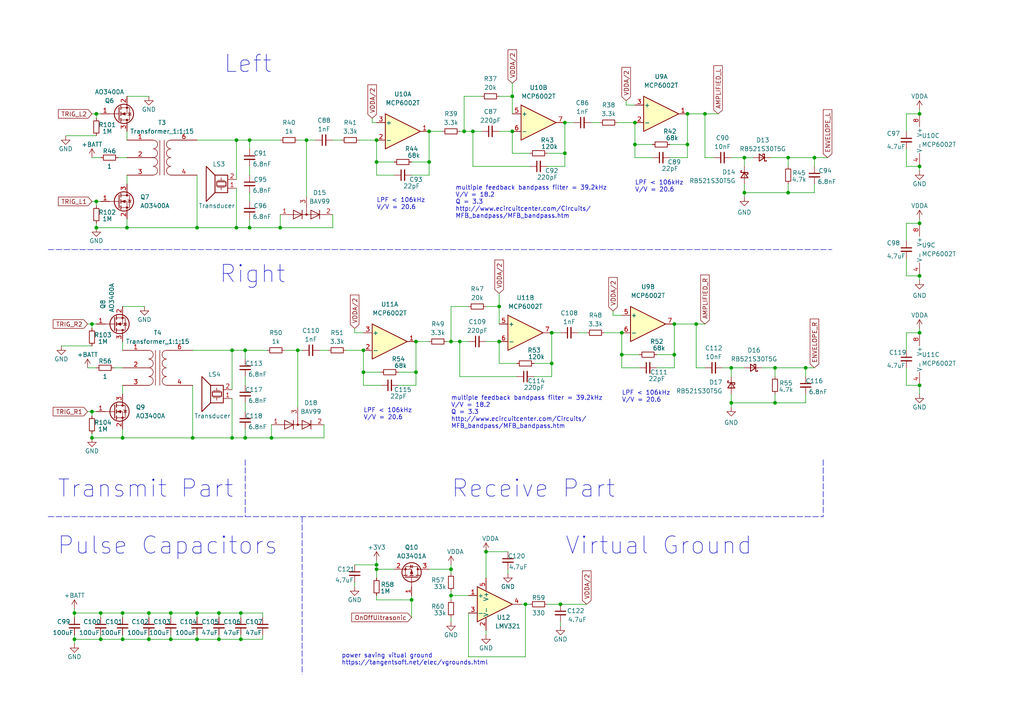
<source format=kicad_sch>
(kicad_sch (version 20230121) (generator eeschema)
  (paper "A4")
  (title_block (title "OBSmini") (date "2023-07-03") (rev "v0.1") (comment 1 "for Ultrasonic Distance Sensor Design guide") (comment 2 "Application Circuit of Low Noise Op-Amp TC75S67TU") (comment 3 "RD162-DGUIDE-01") (comment 4 "Referenced from:"))
  (lib_symbols
    (symbol "Amplifier_Operational:LMV321" (pin_names (offset 0.127))
      (property "Reference" "U" (at 0 5.08 0))
      (property "Value" "LMV321" (at 0 -5.08 0))
      (symbol "LMV321_0_1"
        (pin power_in line (at -2.54 -7.62 90) (length 3.81) (name "V-") (number "2"))
        (pin power_in line (at -2.54 7.62 270) (length 3.81) (name "V+") (number "5"))
      )
      (symbol "LMV321_1_1"
        (pin input line (at -7.62 2.54 0) (length 2.54) (name "+") (number "1"))
        (pin input line (at -7.62 -2.54 0) (length 2.54) (name "-") (number "3"))
        (pin output line (at 7.62 0 180) (length 2.54) (name "~") (number "4"))
      )
    )
    (symbol "Amplifier_Operational:NE5532" (pin_names (offset 0.127))
      (property "Reference" "U" (at 0 5.08 0))
      (property "Value" "NE5532" (at 0 -5.08 0))
      (symbol "NE5532_1_1"
        (pin output line (at 7.62 0 180) (length 2.54) (name "~") (number "1"))
        (pin input line (at -7.62 -2.54 0) (length 2.54) (name "-") (number "2"))
        (pin input line (at -7.62 2.54 0) (length 2.54) (name "+") (number "3"))
      )
      (symbol "NE5532_2_1"
        (pin input line (at -7.62 2.54 0) (length 2.54) (name "+") (number "5"))
        (pin input line (at -7.62 -2.54 0) (length 2.54) (name "-") (number "6"))
        (pin output line (at 7.62 0 180) (length 2.54) (name "~") (number "7"))
      )
      (symbol "NE5532_3_1"
        (pin power_in line (at -2.54 -7.62 90) (length 3.81) (name "V-") (number "4"))
        (pin power_in line (at -2.54 7.62 270) (length 3.81) (name "V+") (number "8"))
      )
    )
    (symbol "Device:C_Small" (pin_numbers hide) (pin_names (offset 0.254) hide)
      (property "Reference" "C" (at 0.254 1.778 0))
      (property "Value" "C_Small" (at 0.254 -2.032 0))
      (symbol "C_Small_1_1"
        (pin passive line (at 0 2.54 270) (length 2.032) (name "~") (number "1"))
        (pin passive line (at 0 -2.54 90) (length 2.032) (name "~") (number "2"))
      )
    )
    (symbol "Device:D_Schottky_Small" (pin_numbers hide) (pin_names (offset 0.254) hide)
      (property "Reference" "D" (at -1.27 2.032 0))
      (property "Value" "D_Schottky_Small" (at -7.112 -2.032 0))
      (symbol "D_Schottky_Small_1_1"
        (pin passive line (at -2.54 0 0) (length 1.778) (name "K") (number "1"))
        (pin passive line (at 2.54 0 180) (length 1.778) (name "A") (number "2"))
      )
    )
    (symbol "Device:Q_PMOS_GSD" (pin_names (offset 0) hide)
      (property "Reference" "Q" (at 5.08 1.27 0))
      (property "Value" "Q_PMOS_GSD" (at 5.08 -1.27 0))
      (symbol "Q_PMOS_GSD_1_1"
        (pin input line (at -5.08 0 0) (length 2.54) (name "G") (number "1"))
        (pin passive line (at 2.54 -5.08 90) (length 2.54) (name "S") (number "2"))
        (pin passive line (at 2.54 5.08 270) (length 2.54) (name "D") (number "3"))
      )
    )
    (symbol "Device:R_Small" (pin_numbers hide) (pin_names (offset 0.254) hide)
      (property "Reference" "R" (at 0.762 0.508 0))
      (property "Value" "R_Small" (at 0.762 -1.016 0))
      (symbol "R_Small_1_1"
        (pin passive line (at 0 2.54 270) (length 0.762) (name "~") (number "1"))
        (pin passive line (at 0 -2.54 90) (length 0.762) (name "~") (number "2"))
      )
    )
    (symbol "Device:Speaker_Ultrasound" (pin_names (offset 0) hide)
      (property "Reference" "LS" (at 0.635 5.715 0))
      (property "Value" "Speaker_Ultrasound" (at 0.635 3.81 0))
      (symbol "Speaker_Ultrasound_1_1"
        (pin input line (at -5.08 0 0) (length 2.54) (name "1") (number "1"))
        (pin input line (at -5.08 -2.54 0) (length 2.54) (name "2") (number "2"))
      )
    )
    (symbol "Diode:BAV99" (pin_names hide)
      (property "Reference" "D" (at 0 5.08 0))
      (property "Value" "BAV99" (at 0 2.54 0))
      (symbol "BAV99_1_1"
        (pin passive line (at -7.62 0 0) (length 2.54) (name "K") (number "1"))
        (pin passive line (at 7.62 0 180) (length 2.54) (name "A") (number "2"))
        (pin passive line (at 0 -5.08 90) (length 2.54) (name "K") (number "3"))
      )
    )
    (symbol "Transformer_SP_1S_1" (pin_names (offset 1.016) hide)
      (property "Reference" "T301" (at 0.0127 10.16 0))
      (property "Value" "Transformer_1:1:15" (at 0.0127 7.62 0))
      (symbol "Transformer_SP_1S_1_1_1"
        (pin passive line (at -10.16 5.08 0) (length 7.62) (name "PR1") (number "1"))
        (pin passive line (at -10.16 0 0) (length 7.62) (name "PM") (number "2"))
        (pin passive line (at -10.16 -5.08 0) (length 7.62) (name "PR2") (number "3"))
        (pin passive line (at 10.16 -5.08 180) (length 7.62) (name "S1") (number "4"))
        (pin passive line (at 10.16 5.08 180) (length 7.62) (name "S2") (number "6"))
      )
    )
    (symbol "Transistor_FET:AO3400A" (pin_names hide)
      (property "Reference" "Q" (at 5.08 1.905 0))
      (property "Value" "AO3400A" (at 5.08 0 0))
      (symbol "AO3400A_1_1"
        (pin input line (at -5.08 0 0) (length 2.54) (name "G") (number "1"))
        (pin passive line (at 2.54 -5.08 90) (length 2.54) (name "S") (number "2"))
        (pin passive line (at 2.54 5.08 270) (length 2.54) (name "D") (number "3"))
      )
    )
    (symbol "power:+3.3V" (power) (pin_names (offset 0))
      (property "Value" "+3.3V" (at 0 3.556 0))
      (symbol "+3.3V_1_1"
        (pin power_in line (at 0 0 90) (length 0) hide (name "+3V3") (number "1"))
      )
    )
    (symbol "power:+BATT" (power) (pin_names (offset 0))
      (property "Value" "+BATT" (at 0 3.556 0))
      (symbol "+BATT_1_1"
        (pin power_in line (at 0 0 90) (length 0) hide (name "+BATT") (number "1"))
      )
    )
    (symbol "power:GND" (power) (pin_names (offset 0))
      (property "Value" "GND" (at 0 -3.81 0))
      (symbol "GND_1_1"
        (pin power_in line (at 0 0 270) (length 0) hide (name "GND") (number "1"))
      )
    )
    (symbol "power:VDDA" (power) (pin_names (offset 0))
      (property "Value" "VDDA" (at 0 3.81 0))
      (symbol "VDDA_1_1"
        (pin power_in line (at 0 0 90) (length 0) hide (name "VDDA") (number "1"))
      )
    )
  )
  (junction (at 266.7 80.01))
  (junction (at 119.38 173.99))
  (junction (at 88.9 40.64))
  (junction (at 49.53 185.42))
  (junction (at 162.56 175.26))
  (junction (at 144.78 99.06))
  (junction (at 224.79 106.68))
  (junction (at 27.94 58.42))
  (junction (at 27.94 66.04))
  (junction (at 163.83 35.56))
  (junction (at 124.46 46.99))
  (junction (at 148.59 38.1))
  (junction (at 55.88 127))
  (junction (at 266.7 64.77))
  (junction (at 67.31 127))
  (junction (at 21.59 185.42))
  (junction (at 109.22 165.1))
  (junction (at 163.83 44.45))
  (junction (at 71.12 127))
  (junction (at 266.7 48.26))
  (junction (at 67.31 101.6))
  (junction (at 57.15 177.8))
  (junction (at 68.58 66.04))
  (junction (at 78.74 127))
  (junction (at 43.18 177.8))
  (junction (at 233.68 106.68))
  (junction (at 199.39 33.02))
  (junction (at 105.41 107.95))
  (junction (at 57.15 66.04))
  (junction (at 236.22 45.72))
  (junction (at 124.46 38.1))
  (junction (at 130.81 172.72))
  (junction (at 26.67 127))
  (junction (at 69.85 185.42))
  (junction (at 224.79 116.84))
  (junction (at 57.15 185.42))
  (junction (at 160.02 96.52))
  (junction (at 184.15 41.91))
  (junction (at 184.15 35.56))
  (junction (at 69.85 177.8))
  (junction (at 204.47 33.02))
  (junction (at 68.58 40.64))
  (junction (at 86.36 101.6))
  (junction (at 72.39 40.64))
  (junction (at 26.67 119.38))
  (junction (at 215.9 55.88))
  (junction (at 266.7 96.52))
  (junction (at 212.09 106.68))
  (junction (at 228.6 55.88))
  (junction (at 109.22 46.99))
  (junction (at 195.58 93.98))
  (junction (at 133.35 99.06))
  (junction (at 26.67 93.98))
  (junction (at 266.7 111.76))
  (junction (at 120.65 99.06))
  (junction (at 21.59 177.8))
  (junction (at 199.39 41.91))
  (junction (at 228.6 45.72))
  (junction (at 201.93 93.98))
  (junction (at 43.18 185.42))
  (junction (at 130.81 99.06))
  (junction (at 180.34 102.87))
  (junction (at 215.9 45.72))
  (junction (at 105.41 101.6))
  (junction (at 109.22 163.83))
  (junction (at 144.78 88.9))
  (junction (at 195.58 102.87))
  (junction (at 81.28 66.04))
  (junction (at 29.21 185.42))
  (junction (at 148.59 27.94))
  (junction (at 63.5 177.8))
  (junction (at 72.39 66.04))
  (junction (at 134.62 38.1))
  (junction (at 109.22 40.64))
  (junction (at 49.53 177.8))
  (junction (at 71.12 101.6))
  (junction (at 266.7 33.02))
  (junction (at 35.56 177.8))
  (junction (at 29.21 177.8))
  (junction (at 36.83 66.04))
  (junction (at 130.81 165.1))
  (junction (at 160.02 105.41))
  (junction (at 27.94 33.02))
  (junction (at 137.16 38.1))
  (junction (at 120.65 107.95))
  (junction (at 140.97 160.02))
  (junction (at 180.34 96.52))
  (junction (at 212.09 116.84))
  (junction (at 35.56 127))
  (junction (at 63.5 185.42))
  (junction (at 152.4 175.26))
  (junction (at 35.56 185.42))
  (wire (pts (xy 233.68 106.68) (xy 236.22 106.68)))
  (wire (pts (xy 71.12 124.46) (xy 71.12 127)))
  (wire (pts (xy 109.22 165.1) (xy 114.3 165.1)))
  (wire (pts (xy 72.39 66.04) (xy 81.28 66.04)))
  (wire (pts (xy 68.58 40.64) (xy 68.58 52.07)))
  (wire (pts (xy 57.15 185.42) (xy 57.15 184.15)))
  (wire (pts (xy 26.67 119.38) (xy 26.67 120.65)))
  (wire (pts (xy 35.56 177.8) (xy 35.56 179.07)))
  (wire (pts (xy 29.21 177.8) (xy 35.56 177.8)))
  (wire (pts (xy 49.53 177.8) (xy 57.15 177.8)))
  (wire (pts (xy 199.39 33.02) (xy 199.39 41.91)))
  (polyline (pts (xy 13.97 149.86) (xy 238.76 149.86)) (stroke (width 0) (type dash)))
  (wire (pts (xy 228.6 45.72) (xy 236.22 45.72)))
  (wire (pts (xy 195.58 93.98) (xy 195.58 102.87)))
  (wire (pts (xy 130.81 163.83) (xy 130.81 165.1)))
  (wire (pts (xy 105.41 111.76) (xy 110.49 111.76)))
  (wire (pts (xy 204.47 106.68) (xy 201.93 106.68)))
  (wire (pts (xy 180.34 102.87) (xy 180.34 106.68)))
  (wire (pts (xy 36.83 38.1) (xy 36.83 40.64)))
  (wire (pts (xy 68.58 40.64) (xy 72.39 40.64)))
  (wire (pts (xy 133.35 99.06) (xy 133.35 109.22)))
  (wire (pts (xy 152.4 190.5) (xy 152.4 175.26)))
  (wire (pts (xy 233.68 114.3) (xy 233.68 116.84)))
  (wire (pts (xy 224.79 106.68) (xy 224.79 109.22)))
  (wire (pts (xy 212.09 116.84) (xy 212.09 118.11)))
  (wire (pts (xy 63.5 185.42) (xy 63.5 184.15)))
  (wire (pts (xy 130.81 99.06) (xy 133.35 99.06)))
  (wire (pts (xy 105.41 107.95) (xy 105.41 111.76)))
  (wire (pts (xy 124.46 46.99) (xy 119.38 46.99)))
  (wire (pts (xy 67.31 101.6) (xy 67.31 113.03)))
  (wire (pts (xy 78.74 127) (xy 93.98 127)))
  (wire (pts (xy 130.81 179.07) (xy 130.81 180.34)))
  (wire (pts (xy 109.22 162.56) (xy 109.22 163.83)))
  (wire (pts (xy 137.16 48.26) (xy 153.67 48.26)))
  (wire (pts (xy 96.52 40.64) (xy 99.06 40.64)))
  (wire (pts (xy 82.55 101.6) (xy 86.36 101.6)))
  (wire (pts (xy 189.23 41.91) (xy 184.15 41.91)))
  (wire (pts (xy 124.46 38.1) (xy 128.27 38.1)))
  (wire (pts (xy 266.7 111.76) (xy 266.7 114.3)))
  (wire (pts (xy 102.87 96.52) (xy 102.87 95.25)))
  (wire (pts (xy 160.02 96.52) (xy 160.02 105.41)))
  (wire (pts (xy 199.39 33.02) (xy 204.47 33.02)))
  (wire (pts (xy 262.89 69.85) (xy 262.89 64.77)))
  (wire (pts (xy 204.47 45.72) (xy 204.47 33.02)))
  (wire (pts (xy 181.61 30.48) (xy 181.61 29.21)))
  (wire (pts (xy 195.58 106.68) (xy 195.58 102.87)))
  (wire (pts (xy 102.87 163.83) (xy 109.22 163.83)))
  (wire (pts (xy 57.15 40.64) (xy 68.58 40.64)))
  (wire (pts (xy 43.18 185.42) (xy 49.53 185.42)))
  (wire (pts (xy 224.79 106.68) (xy 233.68 106.68)))
  (wire (pts (xy 129.54 99.06) (xy 130.81 99.06)))
  (wire (pts (xy 201.93 106.68) (xy 201.93 93.98)))
  (wire (pts (xy 109.22 50.8) (xy 114.3 50.8)))
  (wire (pts (xy 149.86 105.41) (xy 144.78 105.41)))
  (wire (pts (xy 86.36 40.64) (xy 88.9 40.64)))
  (wire (pts (xy 35.56 185.42) (xy 43.18 185.42)))
  (wire (pts (xy 135.89 177.8) (xy 135.89 190.5)))
  (wire (pts (xy 100.33 101.6) (xy 105.41 101.6)))
  (wire (pts (xy 93.98 123.19) (xy 93.98 127)))
  (wire (pts (xy 153.67 44.45) (xy 148.59 44.45)))
  (wire (pts (xy 212.09 45.72) (xy 215.9 45.72)))
  (wire (pts (xy 175.26 96.52) (xy 180.34 96.52)))
  (wire (pts (xy 262.89 33.02) (xy 266.7 33.02)))
  (wire (pts (xy 86.36 101.6) (xy 86.36 118.11)))
  (wire (pts (xy 35.56 177.8) (xy 43.18 177.8)))
  (wire (pts (xy 262.89 111.76) (xy 266.7 111.76)))
  (wire (pts (xy 27.94 33.02) (xy 27.94 34.29)))
  (wire (pts (xy 163.83 48.26) (xy 163.83 44.45)))
  (wire (pts (xy 194.31 45.72) (xy 199.39 45.72)))
  (wire (pts (xy 33.02 106.68) (xy 35.56 106.68)))
  (wire (pts (xy 224.79 114.3) (xy 224.79 116.84)))
  (wire (pts (xy 215.9 55.88) (xy 215.9 57.15)))
  (wire (pts (xy 184.15 45.72) (xy 189.23 45.72)))
  (wire (pts (xy 144.78 99.06) (xy 144.78 105.41)))
  (wire (pts (xy 162.56 180.34) (xy 162.56 181.61)))
  (wire (pts (xy 184.15 41.91) (xy 184.15 45.72)))
  (wire (pts (xy 133.35 109.22) (xy 149.86 109.22)))
  (wire (pts (xy 21.59 176.53) (xy 21.59 177.8)))
  (polyline (pts (xy 238.76 133.35) (xy 238.76 149.86)) (stroke (width 0) (type dash)))
  (wire (pts (xy 49.53 185.42) (xy 57.15 185.42)))
  (wire (pts (xy 35.56 111.76) (xy 35.56 114.3)))
  (wire (pts (xy 124.46 165.1) (xy 130.81 165.1)))
  (wire (pts (xy 63.5 185.42) (xy 69.85 185.42)))
  (wire (pts (xy 151.13 175.26) (xy 152.4 175.26)))
  (wire (pts (xy 124.46 50.8) (xy 124.46 46.99)))
  (wire (pts (xy 179.07 35.56) (xy 184.15 35.56)))
  (wire (pts (xy 266.7 63.5) (xy 266.7 64.77)))
  (wire (pts (xy 86.36 101.6) (xy 87.63 101.6)))
  (wire (pts (xy 262.89 64.77) (xy 266.7 64.77)))
  (wire (pts (xy 236.22 45.72) (xy 240.03 45.72)))
  (wire (pts (xy 262.89 101.6) (xy 262.89 96.52)))
  (wire (pts (xy 25.4 106.68) (xy 27.94 106.68)))
  (wire (pts (xy 119.38 173.99) (xy 119.38 179.07)))
  (wire (pts (xy 130.81 171.45) (xy 130.81 172.72)))
  (wire (pts (xy 236.22 55.88) (xy 228.6 55.88)))
  (wire (pts (xy 49.53 177.8) (xy 49.53 179.07)))
  (wire (pts (xy 27.94 58.42) (xy 27.94 59.69)))
  (wire (pts (xy 162.56 175.26) (xy 170.18 175.26)))
  (wire (pts (xy 96.52 62.23) (xy 96.52 66.04)))
  (wire (pts (xy 266.7 48.26) (xy 266.7 49.53)))
  (wire (pts (xy 177.8 91.44) (xy 177.8 90.17)))
  (wire (pts (xy 34.29 45.72) (xy 36.83 45.72)))
  (wire (pts (xy 26.67 93.98) (xy 26.67 95.25)))
  (wire (pts (xy 144.78 38.1) (xy 148.59 38.1)))
  (wire (pts (xy 160.02 109.22) (xy 160.02 105.41)))
  (wire (pts (xy 144.78 88.9) (xy 144.78 93.98)))
  (wire (pts (xy 130.81 172.72) (xy 130.81 173.99)))
  (wire (pts (xy 120.65 99.06) (xy 120.65 107.95)))
  (wire (pts (xy 109.22 46.99) (xy 109.22 40.64)))
  (wire (pts (xy 41.91 88.9) (xy 35.56 88.9)))
  (wire (pts (xy 236.22 53.34) (xy 236.22 55.88)))
  (wire (pts (xy 224.79 116.84) (xy 212.09 116.84)))
  (wire (pts (xy 35.56 127) (xy 55.88 127)))
  (wire (pts (xy 130.81 172.72) (xy 135.89 172.72)))
  (wire (pts (xy 147.32 160.02) (xy 140.97 160.02)))
  (wire (pts (xy 26.67 58.42) (xy 27.94 58.42)))
  (wire (pts (xy 71.12 116.84) (xy 71.12 119.38)))
  (wire (pts (xy 71.12 101.6) (xy 71.12 104.14)))
  (wire (pts (xy 72.39 40.64) (xy 72.39 43.18)))
  (wire (pts (xy 57.15 177.8) (xy 63.5 177.8)))
  (wire (pts (xy 233.68 109.22) (xy 233.68 106.68)))
  (wire (pts (xy 212.09 114.3) (xy 212.09 116.84)))
  (wire (pts (xy 262.89 43.18) (xy 262.89 48.26)))
  (wire (pts (xy 36.83 50.8) (xy 36.83 53.34)))
  (wire (pts (xy 17.78 100.33) (xy 26.67 100.33)))
  (wire (pts (xy 133.35 38.1) (xy 134.62 38.1)))
  (wire (pts (xy 43.18 185.42) (xy 43.18 184.15)))
  (wire (pts (xy 124.46 38.1) (xy 124.46 46.99)))
  (wire (pts (xy 29.21 185.42) (xy 29.21 184.15)))
  (wire (pts (xy 163.83 35.56) (xy 163.83 44.45)))
  (wire (pts (xy 57.15 185.42) (xy 63.5 185.42)))
  (wire (pts (xy 105.41 107.95) (xy 105.41 101.6)))
  (wire (pts (xy 212.09 106.68) (xy 215.9 106.68)))
  (wire (pts (xy 21.59 185.42) (xy 29.21 185.42)))
  (wire (pts (xy 154.94 109.22) (xy 160.02 109.22)))
  (wire (pts (xy 262.89 38.1) (xy 262.89 33.02)))
  (wire (pts (xy 76.2 185.42) (xy 76.2 184.15)))
  (wire (pts (xy 144.78 27.94) (xy 148.59 27.94)))
  (wire (pts (xy 36.83 27.94) (xy 43.18 27.94)))
  (wire (pts (xy 140.97 182.88) (xy 140.97 184.15)))
  (wire (pts (xy 19.05 39.37) (xy 27.94 39.37)))
  (wire (pts (xy 148.59 38.1) (xy 148.59 44.45)))
  (wire (pts (xy 120.65 99.06) (xy 124.46 99.06)))
  (wire (pts (xy 21.59 185.42) (xy 21.59 186.69)))
  (wire (pts (xy 72.39 48.26) (xy 72.39 50.8)))
  (wire (pts (xy 72.39 55.88) (xy 72.39 58.42)))
  (wire (pts (xy 81.28 66.04) (xy 96.52 66.04)))
  (wire (pts (xy 110.49 107.95) (xy 105.41 107.95)))
  (wire (pts (xy 27.94 66.04) (xy 36.83 66.04)))
  (wire (pts (xy 35.56 99.06) (xy 35.56 101.6)))
  (wire (pts (xy 67.31 127) (xy 71.12 127)))
  (wire (pts (xy 220.98 106.68) (xy 224.79 106.68)))
  (wire (pts (xy 215.9 45.72) (xy 215.9 48.26)))
  (wire (pts (xy 67.31 115.57) (xy 67.31 127)))
  (wire (pts (xy 104.14 40.64) (xy 109.22 40.64)))
  (wire (pts (xy 109.22 173.99) (xy 119.38 173.99)))
  (wire (pts (xy 140.97 99.06) (xy 144.78 99.06)))
  (wire (pts (xy 26.67 125.73) (xy 26.67 127)))
  (wire (pts (xy 115.57 111.76) (xy 120.65 111.76)))
  (wire (pts (xy 180.34 91.44) (xy 177.8 91.44)))
  (wire (pts (xy 105.41 96.52) (xy 102.87 96.52)))
  (wire (pts (xy 36.83 63.5) (xy 36.83 66.04)))
  (wire (pts (xy 144.78 85.09) (xy 144.78 88.9)))
  (wire (pts (xy 163.83 44.45) (xy 158.75 44.45)))
  (wire (pts (xy 43.18 177.8) (xy 49.53 177.8)))
  (wire (pts (xy 109.22 165.1) (xy 109.22 167.64)))
  (wire (pts (xy 180.34 102.87) (xy 180.34 96.52)))
  (wire (pts (xy 78.74 123.19) (xy 78.74 127)))
  (wire (pts (xy 266.7 31.75) (xy 266.7 33.02)))
  (wire (pts (xy 184.15 41.91) (xy 184.15 35.56)))
  (wire (pts (xy 81.28 62.23) (xy 81.28 66.04)))
  (wire (pts (xy 266.7 80.01) (xy 266.7 81.28)))
  (wire (pts (xy 29.21 185.42) (xy 35.56 185.42)))
  (wire (pts (xy 160.02 105.41) (xy 154.94 105.41)))
  (wire (pts (xy 137.16 38.1) (xy 139.7 38.1)))
  (wire (pts (xy 69.85 185.42) (xy 69.85 184.15)))
  (wire (pts (xy 204.47 33.02) (xy 208.28 33.02)))
  (wire (pts (xy 262.89 48.26) (xy 266.7 48.26)))
  (wire (pts (xy 209.55 106.68) (xy 212.09 106.68)))
  (wire (pts (xy 35.56 124.46) (xy 35.56 127)))
  (wire (pts (xy 140.97 160.02) (xy 140.97 167.64)))
  (wire (pts (xy 25.4 119.38) (xy 26.67 119.38)))
  (wire (pts (xy 72.39 40.64) (xy 81.28 40.64)))
  (wire (pts (xy 76.2 177.8) (xy 76.2 179.07)))
  (wire (pts (xy 160.02 96.52) (xy 162.56 96.52)))
  (wire (pts (xy 72.39 63.5) (xy 72.39 66.04)))
  (wire (pts (xy 92.71 101.6) (xy 95.25 101.6)))
  (wire (pts (xy 167.64 96.52) (xy 170.18 96.52)))
  (wire (pts (xy 147.32 165.1) (xy 147.32 166.37)))
  (wire (pts (xy 148.59 27.94) (xy 148.59 33.02)))
  (wire (pts (xy 68.58 54.61) (xy 68.58 66.04)))
  (wire (pts (xy 134.62 38.1) (xy 134.62 27.94)))
  (wire (pts (xy 158.75 48.26) (xy 163.83 48.26)))
  (wire (pts (xy 57.15 66.04) (xy 68.58 66.04)))
  (wire (pts (xy 71.12 109.22) (xy 71.12 111.76)))
  (wire (pts (xy 49.53 185.42) (xy 49.53 184.15)))
  (wire (pts (xy 223.52 45.72) (xy 228.6 45.72)))
  (wire (pts (xy 119.38 173.99) (xy 119.38 172.72)))
  (wire (pts (xy 26.67 45.72) (xy 29.21 45.72)))
  (wire (pts (xy 43.18 177.8) (xy 43.18 179.07)))
  (wire (pts (xy 57.15 177.8) (xy 57.15 179.07)))
  (wire (pts (xy 140.97 88.9) (xy 144.78 88.9)))
  (wire (pts (xy 26.67 127) (xy 35.56 127)))
  (wire (pts (xy 236.22 48.26) (xy 236.22 45.72)))
  (wire (pts (xy 158.75 175.26) (xy 162.56 175.26)))
  (wire (pts (xy 107.95 35.56) (xy 107.95 34.29)))
  (wire (pts (xy 57.15 50.8) (xy 57.15 66.04)))
  (wire (pts (xy 180.34 106.68) (xy 185.42 106.68)))
  (wire (pts (xy 35.56 185.42) (xy 35.56 184.15)))
  (polyline (pts (xy 87.63 149.86) (xy 87.63 195.58)) (stroke (width 0) (type dash)))
  (wire (pts (xy 21.59 177.8) (xy 21.59 179.07)))
  (wire (pts (xy 109.22 173.99) (xy 109.22 172.72)))
  (wire (pts (xy 25.4 93.98) (xy 26.67 93.98)))
  (wire (pts (xy 27.94 64.77) (xy 27.94 66.04)))
  (wire (pts (xy 212.09 106.68) (xy 212.09 109.22)))
  (wire (pts (xy 201.93 93.98) (xy 204.47 93.98)))
  (wire (pts (xy 262.89 80.01) (xy 266.7 80.01)))
  (wire (pts (xy 199.39 41.91) (xy 194.31 41.91)))
  (wire (pts (xy 21.59 177.8) (xy 29.21 177.8)))
  (wire (pts (xy 21.59 185.42) (xy 21.59 184.15)))
  (wire (pts (xy 26.67 93.98) (xy 27.94 93.98)))
  (wire (pts (xy 228.6 53.34) (xy 228.6 55.88)))
  (wire (pts (xy 29.21 177.8) (xy 29.21 179.07)))
  (wire (pts (xy 190.5 106.68) (xy 195.58 106.68)))
  (wire (pts (xy 120.65 107.95) (xy 115.57 107.95)))
  (wire (pts (xy 262.89 74.93) (xy 262.89 80.01)))
  (wire (pts (xy 68.58 66.04) (xy 72.39 66.04)))
  (wire (pts (xy 134.62 27.94) (xy 139.7 27.94)))
  (wire (pts (xy 109.22 35.56) (xy 107.95 35.56)))
  (wire (pts (xy 88.9 40.64) (xy 91.44 40.64)))
  (wire (pts (xy 130.81 165.1) (xy 130.81 166.37)))
  (wire (pts (xy 195.58 93.98) (xy 201.93 93.98)))
  (wire (pts (xy 67.31 101.6) (xy 71.12 101.6)))
  (wire (pts (xy 137.16 38.1) (xy 137.16 48.26)))
  (wire (pts (xy 184.15 30.48) (xy 181.61 30.48)))
  (wire (pts (xy 36.83 66.04) (xy 57.15 66.04)))
  (wire (pts (xy 163.83 35.56) (xy 166.37 35.56)))
  (wire (pts (xy 215.9 53.34) (xy 215.9 55.88)))
  (wire (pts (xy 262.89 96.52) (xy 266.7 96.52)))
  (wire (pts (xy 207.01 45.72) (xy 204.47 45.72)))
  (polyline (pts (xy 71.12 133.35) (xy 71.12 149.86)) (stroke (width 0) (type dash)))
  (wire (pts (xy 233.68 116.84) (xy 224.79 116.84)))
  (wire (pts (xy 134.62 38.1) (xy 137.16 38.1)))
  (wire (pts (xy 55.88 111.76) (xy 55.88 127)))
  (wire (pts (xy 26.67 33.02) (xy 27.94 33.02)))
  (wire (pts (xy 63.5 177.8) (xy 69.85 177.8)))
  (wire (pts (xy 69.85 177.8) (xy 69.85 179.07)))
  (wire (pts (xy 114.3 46.99) (xy 109.22 46.99)))
  (wire (pts (xy 55.88 101.6) (xy 67.31 101.6)))
  (wire (pts (xy 199.39 45.72) (xy 199.39 41.91)))
  (wire (pts (xy 71.12 101.6) (xy 77.47 101.6)))
  (wire (pts (xy 71.12 127) (xy 78.74 127)))
  (wire (pts (xy 130.81 88.9) (xy 135.89 88.9)))
  (wire (pts (xy 135.89 190.5) (xy 152.4 190.5)))
  (wire (pts (xy 26.67 119.38) (xy 27.94 119.38)))
  (wire (pts (xy 63.5 177.8) (xy 63.5 179.07)))
  (wire (pts (xy 130.81 99.06) (xy 130.81 88.9)))
  (polyline (pts (xy 13.97 72.39) (xy 241.3 72.39)) (stroke (width 0) (type dash)))
  (wire (pts (xy 228.6 55.88) (xy 215.9 55.88)))
  (wire (pts (xy 152.4 175.26) (xy 153.67 175.26)))
  (wire (pts (xy 69.85 177.8) (xy 76.2 177.8)))
  (wire (pts (xy 120.65 111.76) (xy 120.65 107.95)))
  (wire (pts (xy 266.7 95.25) (xy 266.7 96.52)))
  (wire (pts (xy 69.85 185.42) (xy 76.2 185.42)))
  (wire (pts (xy 171.45 35.56) (xy 173.99 35.56)))
  (wire (pts (xy 228.6 45.72) (xy 228.6 48.26)))
  (wire (pts (xy 27.94 58.42) (xy 29.21 58.42)))
  (wire (pts (xy 55.88 127) (xy 67.31 127)))
  (wire (pts (xy 195.58 102.87) (xy 190.5 102.87)))
  (wire (pts (xy 148.59 24.13) (xy 148.59 27.94)))
  (wire (pts (xy 102.87 170.18) (xy 102.87 168.91)))
  (wire (pts (xy 262.89 106.68) (xy 262.89 111.76)))
  (wire (pts (xy 215.9 45.72) (xy 218.44 45.72)))
  (wire (pts (xy 133.35 99.06) (xy 135.89 99.06)))
  (wire (pts (xy 119.38 50.8) (xy 124.46 50.8)))
  (wire (pts (xy 88.9 40.64) (xy 88.9 57.15)))
  (wire (pts (xy 185.42 102.87) (xy 180.34 102.87)))
  (wire (pts (xy 109.22 163.83) (xy 109.22 165.1)))
  (wire (pts (xy 27.94 33.02) (xy 29.21 33.02)))
  (wire (pts (xy 109.22 46.99) (xy 109.22 50.8)))
  (text "multiple feedback bandpass filter = 39.2kHz\nV/V = 18.2\nQ = 3.3\nhttp://www.ecircuitcenter.com/Circuits/\nMFB_bandpass/MFB_bandpass.htm" (at 130.81 124.46 0) (effects (font (size 1.27 1.27)) (justify left bottom)))
  (text "LPF < 106kHz\nV/V = 20.6" (at 180.34 116.84 0) (effects (font (size 1.27 1.27)) (justify left bottom)))
  (text "LPF < 106kHz\nV/V = 20.6" (at 105.41 121.92 0) (effects (font (size 1.27 1.27)) (justify left bottom)))
  (text "Pulse Capacitors" (at 16.51 161.29 0) (effects (font (size 5 5)) (justify left bottom)))
  (text "Receive Part" (at 130.81 144.78 0) (effects (font (size 5 5)) (justify left bottom)))
  (text "Virtual Ground" (at 163.83 161.29 0) (effects (font (size 5 5)) (justify left bottom)))
  (text "Left" (at 64.77 21.59 0) (effects (font (size 5 5)) (justify left bottom)))
  (text "Transmit Part" (at 16.51 144.78 0) (effects (font (size 5 5)) (justify left bottom)))
  (text "Right" (at 63.5 82.55 0) (effects (font (size 5 5)) (justify left bottom)))
  (text "multiple feedback bandpass filter = 39.2kHz\nV/V = 18.2\nQ = 3.3\nhttp://www.ecircuitcenter.com/Circuits/\nMFB_bandpass/MFB_bandpass.htm" (at 132.08 63.5 0) (effects (font (size 1.27 1.27)) (justify left bottom)))
  (text "LPF < 106kHz\nV/V = 20.6" (at 109.22 60.96 0) (effects (font (size 1.27 1.27)) (justify left bottom)))
  (text "LPF < 106kHz\nV/V = 20.6" (at 184.15 55.88 0) (effects (font (size 1.27 1.27)) (justify left bottom)))
  (text "power saving vitual ground\nhttps://tangentsoft.net/elec/vgrounds.html" (at 99.06 193.04 0) (effects (font (size 1.27 1.27)) (justify left bottom)))
  (global_label "VDDA{slash}2" (shape input) (at 148.59 24.13 90) (property "Intersheetrefs" "${INTERSHEET_REFS}" (effects hide)))
  (global_label "OnOffUltrasonic" (shape input) (at 119.38 179.07 180) (property "Intersheetrefs" "${INTERSHEET_REFS}" (effects hide)))
  (global_label "TRIG_L2" (shape input) (at 26.67 33.02 180) (property "Intersheetrefs" "${INTERSHEET_REFS}" (effects hide)))
  (global_label "VDDA{slash}2" (shape input) (at 177.8 90.17 90) (property "Intersheetrefs" "${INTERSHEET_REFS}" (effects hide)))
  (global_label "TRIG_L1" (shape input) (at 26.67 58.42 180) (property "Intersheetrefs" "${INTERSHEET_REFS}" (effects hide)))
  (global_label "VDDA{slash}2" (shape input) (at 107.95 34.29 90) (property "Intersheetrefs" "${INTERSHEET_REFS}" (effects hide)))
  (global_label "ENVELOPE_R" (shape input) (at 236.22 106.68 90) (property "Intersheetrefs" "${INTERSHEET_REFS}" (effects hide)))
  (global_label "VDDA{slash}2" (shape input) (at 170.18 175.26 90) (property "Intersheetrefs" "${INTERSHEET_REFS}" (effects hide)))
  (global_label "AMPLIFIED_R" (shape input) (at 204.47 93.98 90) (property "Intersheetrefs" "${INTERSHEET_REFS}" (effects hide)))
  (global_label "VDDA{slash}2" (shape input) (at 181.61 29.21 90) (property "Intersheetrefs" "${INTERSHEET_REFS}" (effects hide)))
  (global_label "VDDA{slash}2" (shape input) (at 102.87 95.25 90) (property "Intersheetrefs" "${INTERSHEET_REFS}" (effects hide)))
  (global_label "ENVELOPE_L" (shape input) (at 240.03 45.72 90) (property "Intersheetrefs" "${INTERSHEET_REFS}" (effects hide)))
  (global_label "TRIG_R2" (shape input) (at 25.4 93.98 180) (property "Intersheetrefs" "${INTERSHEET_REFS}" (effects hide)))
  (global_label "TRIG_R1" (shape input) (at 25.4 119.38 180) (property "Intersheetrefs" "${INTERSHEET_REFS}" (effects hide)))
  (global_label "AMPLIFIED_L" (shape input) (at 208.28 33.02 90) (property "Intersheetrefs" "${INTERSHEET_REFS}" (effects hide)))
  (global_label "VDDA{slash}2" (shape input) (at 144.78 85.09 90) (property "Intersheetrefs" "${INTERSHEET_REFS}" (effects hide)))
  (symbol (lib_id "power:+BATT") (at 21.59 176.53 0) (unit 1)
    (property "Reference" "#PWR0100" (effects hide))
    (property "Value" "+BATT" (at 21.59 172.72 0))
  )
  (symbol (lib_id "power:+BATT") (at 25.4 106.68 0) (unit 1)
    (property "Reference" "#PWR0107" (effects hide))
    (property "Value" "+BATT" (at 25.4 102.87 0))
  )
  (symbol (lib_id "Device:C_Small") (at 116.84 50.8 90) (unit 1)
    (property "Reference" "C93" (at 120.65 52.07 90))
    (property "Value" "22pF" (at 119.38 53.975 90))
    (property "Footprint" "Capacitor_SMD:C_0402_1005Metric" (effects hide))
  )
  (symbol (lib_id "Device:C_Small") (at 72.39 60.96 0) (mirror y) (unit 1)
    (property "Reference" "C96" (at 77.47 59.69 0) (effects (justify left)))
    (property "Value" "6.8nF" (at 78.74 62.865 0) (effects (justify left)))
    (property "Footprint" "Capacitor_SMD:C_0402_1005Metric" (effects hide))
  )
  (symbol (lib_id "Device:R_Small") (at 187.96 102.87 90) (unit 1)
    (property "Reference" "R52" (at 190.5 99.06 90))
    (property "Value" "68k" (at 191.135 100.965 90))
    (property "Footprint" "Resistor_SMD:R_0402_1005Metric" (effects hide))
  )
  (symbol (lib_id "power:GND") (at 130.81 180.34 0) (unit 1)
    (property "Reference" "#PWR0116" (effects hide))
    (property "Value" "GND" (at 130.81 184.15 0))
  )
  (symbol (lib_id "power:VDDA") (at 266.7 95.25 0) (unit 1)
    (property "Reference" "#PWR0106" (effects hide))
    (property "Value" "VDDA" (at 266.7 91.44 0))
  )
  (symbol (lib_id "Device:C_Small") (at 71.12 106.68 0) (mirror y) (unit 1)
    (property "Reference" "C113" (at 76.2 105.41 0) (effects (justify left)))
    (property "Value" "6.8nF" (at 77.47 108.585 0) (effects (justify left)))
    (property "Footprint" "Capacitor_SMD:C_0402_1005Metric" (effects hide))
  )
  (symbol (lib_name "Transformer_SP_1S_1") (lib_id "Device:Transformer_SP_1S") (at 45.72 106.68 0) (unit 1)
    (property "Reference" "T4" (at 45.7327 96.52 0))
    (property "Value" "Transformer_1:1:15" (at 45.7327 99.06 0))
    (property "Footprint" "06_custom:B78416A2430A003" (effects hide))
  )
  (symbol (lib_id "Transistor_FET:AO3400A") (at 34.29 58.42 0) (unit 1)
    (property "Reference" "Q7" (at 40.64 57.1499 0) (effects (justify left)))
    (property "Value" "AO3400A" (at 40.64 59.6899 0) (effects (justify left)))
    (property "Footprint" "Package_TO_SOT_SMD:SOT-23" (effects hide))
    (property "Datasheet" "http://www.aosmd.com/pdfs/datasheet/AO3400A.pdf" (effects hide))
  )
  (symbol (lib_id "Device:R_Small") (at 228.6 50.8 180) (unit 1)
    (property "Reference" "R45" (at 231.775 50.165 0))
    (property "Value" "4.7k" (at 231.775 52.07 0))
    (property "Footprint" "Resistor_SMD:R_0402_1005Metric" (effects hide))
  )
  (symbol (lib_id "Device:C_Small") (at 113.03 111.76 90) (unit 1)
    (property "Reference" "C115" (at 116.84 113.03 90))
    (property "Value" "22pF" (at 115.57 114.935 90))
    (property "Footprint" "Capacitor_SMD:C_0402_1005Metric" (effects hide))
  )
  (symbol (lib_id "Device:Speaker_Ultrasound") (at 62.23 115.57 180) (unit 1)
    (property "Reference" "LS4" (at 62.23 108.585 0))
    (property "Value" "Transducer" (at 61.595 120.65 0))
    (property "Footprint" "06_custom:Transducer@Transformer" (effects hide))
  )
  (symbol (lib_id "Device:D_Schottky_Small") (at 220.98 45.72 180) (unit 1)
    (property "Reference" "D13" (at 221.234 40.64 0))
    (property "Value" "RB521S30T5G" (at 221.234 43.18 0))
    (property "Footprint" "Diode_SMD:D_SOD-523" (effects hide))
  )
  (symbol (lib_id "Device:C_Small") (at 29.21 181.61 0) (unit 1)
    (property "Reference" "C100" (at 24.13 180.34 0) (effects (justify left)))
    (property "Value" "100uF" (at 22.86 183.515 0) (effects (justify left)))
    (property "Footprint" "Capacitor_SMD:C_1206_3216Metric" (effects hide))
  )
  (symbol (lib_name "Transformer_SP_1S_1") (lib_id "Device:Transformer_SP_1S") (at 46.99 45.72 0) (unit 1)
    (property "Reference" "T3" (at 47.0027 35.56 0))
    (property "Value" "Transformer_1:1:15" (at 47.0027 38.1 0))
    (property "Footprint" "06_custom:B78416A2430A003" (effects hide))
  )
  (symbol (lib_id "Device:C_Small") (at 35.56 181.61 0) (unit 1)
    (property "Reference" "C101" (at 30.48 180.34 0) (effects (justify left)))
    (property "Value" "100uF" (at 29.21 183.515 0) (effects (justify left)))
    (property "Footprint" "Capacitor_SMD:C_1206_3216Metric" (effects hide))
  )
  (symbol (lib_id "Device:C_Small") (at 152.4 109.22 90) (unit 1)
    (property "Reference" "C114" (at 155.575 110.49 90))
    (property "Value" "220pF" (at 154.94 112.395 90))
    (property "Footprint" "Capacitor_SMD:C_0402_1005Metric" (effects hide))
  )
  (symbol (lib_id "Device:C_Small") (at 57.15 181.61 0) (unit 1)
    (property "Reference" "C104" (at 52.07 180.34 0) (effects (justify left)))
    (property "Value" "100uF" (at 50.8 183.515 0) (effects (justify left)))
    (property "Footprint" "Capacitor_SMD:C_1206_3216Metric" (effects hide))
  )
  (symbol (lib_id "Device:C_Small") (at 165.1 96.52 90) (unit 1)
    (property "Reference" "C108" (at 165.1063 90.805 90))
    (property "Value" "1nF" (at 165.1063 93.345 90))
    (property "Footprint" "Capacitor_SMD:C_0402_1005Metric" (effects hide))
  )
  (symbol (lib_id "Device:C_Small") (at 262.89 104.14 0) (unit 1)
    (property "Reference" "C119" (at 257.81 102.235 0) (effects (justify left)))
    (property "Value" "4.7uF" (at 257.175 106.045 0) (effects (justify left)))
    (property "Footprint" "Capacitor_SMD:C_0402_1005Metric" (effects hide))
  )
  (symbol (lib_id "power:GND") (at 266.7 81.28 0) (unit 1)
    (property "Reference" "#PWR0103" (effects hide))
    (property "Value" "GND" (at 266.7 85.725 0))
  )
  (symbol (lib_id "Device:D_Schottky_Small") (at 212.09 111.76 90) (mirror x) (unit 1)
    (property "Reference" "D17" (at 209.55 110.871 90) (effects (justify left)))
    (property "Value" "RB521S30T5G" (at 209.55 113.411 90) (effects (justify left)))
    (property "Footprint" "Diode_SMD:D_SOD-523" (effects hide))
  )
  (symbol (lib_id "Device:C_Small") (at 43.18 181.61 0) (unit 1)
    (property "Reference" "C102" (at 38.1 180.34 0) (effects (justify left)))
    (property "Value" "100uF" (at 36.83 183.515 0) (effects (justify left)))
    (property "Footprint" "Capacitor_SMD:C_1206_3216Metric" (effects hide))
  )
  (symbol (lib_id "Device:C_Small") (at 93.98 40.64 90) (unit 1)
    (property "Reference" "C88" (at 93.9863 34.925 90))
    (property "Value" "1nF" (at 93.9863 37.465 90))
    (property "Footprint" "Capacitor_SMD:C_0402_1005Metric" (effects hide))
  )
  (symbol (lib_id "Device:R_Small") (at 26.67 123.19 180) (unit 1)
    (property "Reference" "R104" (at 29.845 122.555 0))
    (property "Value" "1M" (at 29.845 124.46 0))
    (property "Footprint" "Resistor_SMD:R_0402_1005Metric" (effects hide))
  )
  (symbol (lib_id "Device:R_Small") (at 176.53 35.56 90) (unit 1)
    (property "Reference" "R38" (at 176.53 30.48 90))
    (property "Value" "3.3k" (at 176.53 33.02 90))
    (property "Footprint" "Resistor_SMD:R_0402_1005Metric" (effects hide))
  )
  (symbol (lib_id "Device:C_Small") (at 262.89 40.64 0) (unit 1)
    (property "Reference" "C97" (at 257.175 38.735 0) (effects (justify left)))
    (property "Value" "4.7uF" (at 257.175 42.545 0) (effects (justify left)))
    (property "Footprint" "Capacitor_SMD:C_0402_1005Metric" (effects hide))
  )
  (symbol (lib_id "power:GND") (at 102.87 170.18 0) (unit 1)
    (property "Reference" "#PWR0115" (effects hide))
    (property "Value" "GND" (at 102.87 173.99 0))
  )
  (symbol (lib_id "Device:R_Small") (at 191.77 41.91 90) (unit 1)
    (property "Reference" "R42" (at 194.31 38.1 90))
    (property "Value" "68k" (at 194.945 40.005 90))
    (property "Footprint" "Resistor_SMD:R_0402_1005Metric" (effects hide))
  )
  (symbol (lib_id "Device:C_Small") (at 156.21 48.26 90) (unit 1)
    (property "Reference" "C92" (at 160.02 49.53 90))
    (property "Value" "220pF" (at 158.75 51.435 90))
    (property "Footprint" "Capacitor_SMD:C_0402_1005Metric" (effects hide))
  )
  (symbol (lib_id "Device:R_Small") (at 130.81 176.53 0) (mirror x) (unit 1)
    (property "Reference" "R60" (at 127 175.895 0))
    (property "Value" "33k" (at 127.635 177.8 0))
    (property "Footprint" "Resistor_SMD:R_0402_1005Metric" (effects hide))
  )
  (symbol (lib_id "Device:C_Small") (at 207.01 106.68 90) (unit 1)
    (property "Reference" "C112" (at 207.0163 100.965 90))
    (property "Value" "10nF" (at 207.0163 103.505 90))
    (property "Footprint" "Capacitor_SMD:C_0402_1005Metric" (effects hide))
  )
  (symbol (lib_id "Device:C_Small") (at 71.12 114.3 0) (mirror y) (unit 1)
    (property "Reference" "C117" (at 76.2 113.03 0) (effects (justify left)))
    (property "Value" "6.8nF" (at 77.47 116.205 0) (effects (justify left)))
    (property "Footprint" "Capacitor_SMD:C_0402_1005Metric" (effects hide))
  )
  (symbol (lib_id "Device:C_Small") (at 162.56 177.8 0) (mirror y) (unit 1)
    (property "Reference" "C122" (at 169.545 177.165 0) (effects (justify left)))
    (property "Value" "4.7uF" (at 170.18 179.705 0) (effects (justify left)))
    (property "Footprint" "Capacitor_SMD:C_0402_1005Metric" (effects hide))
  )
  (symbol (lib_id "Transistor_FET:AO3400A") (at 33.02 119.38 0) (unit 1)
    (property "Reference" "Q9" (at 39.37 118.1099 0) (effects (justify left)))
    (property "Value" "AO3400A" (at 39.37 120.6499 0) (effects (justify left)))
    (property "Footprint" "Package_TO_SOT_SMD:SOT-23" (effects hide))
    (property "Datasheet" "http://www.aosmd.com/pdfs/datasheet/AO3400A.pdf" (effects hide))
  )
  (symbol (lib_id "Device:R_Small") (at 152.4 105.41 90) (unit 1)
    (property "Reference" "R53" (at 154.94 101.6 90))
    (property "Value" "120k" (at 155.575 103.505 90))
    (property "Footprint" "Resistor_SMD:R_0402_1005Metric" (effects hide))
  )
  (symbol (lib_id "power:VDDA") (at 130.81 163.83 0) (unit 1)
    (property "Reference" "#PWR0113" (effects hide))
    (property "Value" "VDDA" (at 132.08 160.02 0))
  )
  (symbol (lib_id "Device:Speaker_Ultrasound") (at 63.5 54.61 180) (unit 1)
    (property "Reference" "LS3" (at 63.5 47.625 0))
    (property "Value" "Transducer" (at 62.865 59.69 0))
    (property "Footprint" "06_custom:Transducer@Transformer" (effects hide))
  )
  (symbol (lib_id "Device:D_Schottky_Small") (at 218.44 106.68 180) (unit 1)
    (property "Reference" "D16" (at 218.694 101.6 0))
    (property "Value" "RB521S30T5G" (at 218.694 104.14 0))
    (property "Footprint" "Diode_SMD:D_SOD-523" (effects hide))
  )
  (symbol (lib_id "Device:R_Small") (at 27.94 36.83 180) (unit 1)
    (property "Reference" "R101" (at 31.115 36.195 0))
    (property "Value" "1M" (at 31.115 38.1 0))
    (property "Footprint" "Resistor_SMD:R_0402_1005Metric" (effects hide))
  )
  (symbol (lib_id "power:GND") (at 19.05 39.37 0) (unit 1)
    (property "Reference" "#PWR02" (effects hide))
    (property "Value" "GND" (at 19.05 43.18 0))
  )
  (symbol (lib_id "Device:R_Small") (at 142.24 27.94 90) (unit 1)
    (property "Reference" "R37" (at 142.24 22.86 90))
    (property "Value" "20k" (at 142.24 25.4 90))
    (property "Footprint" "Resistor_SMD:R_0402_1005Metric" (effects hide))
  )
  (symbol (lib_id "Device:C_Small") (at 72.39 53.34 0) (mirror y) (unit 1)
    (property "Reference" "C95" (at 77.47 52.07 0) (effects (justify left)))
    (property "Value" "6.8nF" (at 78.74 55.245 0) (effects (justify left)))
    (property "Footprint" "Capacitor_SMD:C_0402_1005Metric" (effects hide))
  )
  (symbol (lib_id "Amplifier_Operational:NE5532") (at 269.24 72.39 0) (unit 3)
    (property "Reference" "U9" (at 267.335 71.1199 0) (effects (justify left)))
    (property "Value" "MCP6002T" (at 267.335 73.6599 0) (effects (justify left)))
    (property "Footprint" "Package_SO:SOIC-8_3.9x4.9mm_P1.27mm" (effects hide))
    (property "Datasheet" "http://www.ti.com/lit/ds/symlink/ne5532.pdf" (effects hide))
  )
  (symbol (lib_id "Device:C_Small") (at 191.77 45.72 90) (unit 1)
    (property "Reference" "C89" (at 195.58 46.99 90))
    (property "Value" "22pF" (at 194.31 48.895 90))
    (property "Footprint" "Capacitor_SMD:C_0402_1005Metric" (effects hide))
  )
  (symbol (lib_id "Device:C_Small") (at 236.22 50.8 0) (mirror y) (unit 1)
    (property "Reference" "C94" (at 241.3 49.53 0) (effects (justify left)))
    (property "Value" "6.8nF" (at 242.57 52.705 0) (effects (justify left)))
    (property "Footprint" "Capacitor_SMD:C_0402_1005Metric" (effects hide))
  )
  (symbol (lib_id "Device:C_Small") (at 138.43 99.06 90) (unit 1)
    (property "Reference" "C109" (at 138.4363 93.345 90))
    (property "Value" "220pF" (at 138.4363 95.885 90))
    (property "Footprint" "Capacitor_SMD:C_0402_1005Metric" (effects hide))
  )
  (symbol (lib_id "Device:C_Small") (at 72.39 45.72 0) (mirror y) (unit 1)
    (property "Reference" "C91" (at 77.47 44.45 0) (effects (justify left)))
    (property "Value" "6.8nF" (at 78.74 47.625 0) (effects (justify left)))
    (property "Footprint" "Capacitor_SMD:C_0402_1005Metric" (effects hide))
  )
  (symbol (lib_id "power:GND") (at 215.9 57.15 0) (unit 1)
    (property "Reference" "#PWR096" (effects hide))
    (property "Value" "GND" (at 215.9 61.595 0))
  )
  (symbol (lib_id "Amplifier_Operational:NE5532") (at 152.4 96.52 0) (unit 2)
    (property "Reference" "U11" (at 152.4 86.36 0))
    (property "Value" "MCP6002T" (at 152.4 88.9 0))
    (property "Footprint" "Package_SO:SOIC-8_3.9x4.9mm_P1.27mm" (effects hide))
    (property "Datasheet" "http://www.ti.com/lit/ds/symlink/ne5532.pdf" (effects hide))
  )
  (symbol (lib_id "Amplifier_Operational:NE5532") (at 191.77 33.02 0) (unit 1)
    (property "Reference" "U9" (at 191.77 22.225 0))
    (property "Value" "MCP6002T" (at 191.77 24.765 0))
    (property "Footprint" "Package_SO:SOIC-8_3.9x4.9mm_P1.27mm" (effects hide))
    (property "Datasheet" "http://www.ti.com/lit/ds/symlink/ne5532.pdf" (effects hide))
  )
  (symbol (lib_id "Device:C_Small") (at 102.87 166.37 0) (unit 1)
    (property "Reference" "C121" (at 97.79 165.1 0) (effects (justify left)))
    (property "Value" "4.7uF" (at 97.155 168.275 0) (effects (justify left)))
    (property "Footprint" "Capacitor_SMD:C_0402_1005Metric" (effects hide))
  )
  (symbol (lib_id "Amplifier_Operational:NE5532") (at 116.84 38.1 0) (unit 1)
    (property "Reference" "U10" (at 116.84 27.305 0))
    (property "Value" "MCP6002T" (at 116.84 29.845 0))
    (property "Footprint" "Package_SO:SOIC-8_3.9x4.9mm_P1.27mm" (effects hide))
    (property "Datasheet" "http://www.ti.com/lit/ds/symlink/ne5532.pdf" (effects hide))
  )
  (symbol (lib_id "Device:Q_PMOS_GSD") (at 119.38 167.64 270) (mirror x) (unit 1)
    (property "Reference" "Q10" (at 119.38 158.75 90))
    (property "Value" "AO3401A" (at 119.38 161.29 90))
    (property "Footprint" "Package_TO_SOT_SMD:SOT-23" (effects hide))
  )
  (symbol (lib_id "Amplifier_Operational:NE5532") (at 156.21 35.56 0) (unit 2)
    (property "Reference" "U10" (at 156.21 25.4 0))
    (property "Value" "MCP6002T" (at 156.21 27.94 0))
    (property "Footprint" "Package_SO:SOIC-8_3.9x4.9mm_P1.27mm" (effects hide))
    (property "Datasheet" "http://www.ti.com/lit/ds/symlink/ne5532.pdf" (effects hide))
  )
  (symbol (lib_id "Device:R_Small") (at 83.82 40.64 90) (unit 1)
    (property "Reference" "R40" (at 83.82 35.56 90))
    (property "Value" "1k" (at 83.82 38.1 90))
    (property "Footprint" "Resistor_SMD:R_0402_1005Metric" (effects hide))
  )
  (symbol (lib_id "power:GND") (at 212.09 118.11 0) (unit 1)
    (property "Reference" "#PWR0108" (effects hide))
    (property "Value" "GND" (at 212.09 122.555 0))
  )
  (symbol (lib_id "Amplifier_Operational:NE5532") (at 269.24 40.64 0) (unit 3)
    (property "Reference" "U10" (at 267.335 39.3699 0) (effects (justify left)))
    (property "Value" "MCP6002T" (at 267.335 41.9099 0) (effects (justify left)))
    (property "Footprint" "Package_SO:SOIC-8_3.9x4.9mm_P1.27mm" (effects hide))
    (property "Datasheet" "http://www.ti.com/lit/ds/symlink/ne5532.pdf" (effects hide))
  )
  (symbol (lib_id "Device:C_Small") (at 233.68 111.76 0) (mirror y) (unit 1)
    (property "Reference" "C116" (at 238.76 110.49 0) (effects (justify left)))
    (property "Value" "6.8nF" (at 240.03 113.665 0) (effects (justify left)))
    (property "Footprint" "Capacitor_SMD:C_0402_1005Metric" (effects hide))
  )
  (symbol (lib_id "Device:R_Small") (at 224.79 111.76 180) (unit 1)
    (property "Reference" "R55" (at 227.965 111.125 0))
    (property "Value" "4.7k" (at 227.965 113.03 0))
    (property "Footprint" "Resistor_SMD:R_0402_1005Metric" (effects hide))
  )
  (symbol (lib_id "Device:R_Small") (at 138.43 88.9 90) (unit 1)
    (property "Reference" "R47" (at 138.43 83.82 90))
    (property "Value" "20k" (at 138.43 86.36 90))
    (property "Footprint" "Resistor_SMD:R_0402_1005Metric" (effects hide))
  )
  (symbol (lib_id "Amplifier_Operational:NE5532") (at 269.24 104.14 0) (unit 3)
    (property "Reference" "U11" (at 267.335 102.8699 0) (effects (justify left)))
    (property "Value" "MCP6002T" (at 267.335 105.4099 0) (effects (justify left)))
    (property "Footprint" "Package_SO:SOIC-8_3.9x4.9mm_P1.27mm" (effects hide))
    (property "Datasheet" "http://www.ti.com/lit/ds/symlink/ne5532.pdf" (effects hide))
  )
  (symbol (lib_id "Device:R_Small") (at 30.48 106.68 270) (unit 1)
    (property "Reference" "R56" (at 30.48 104.775 90))
    (property "Value" "1" (at 30.48 109.22 90))
    (property "Footprint" "Resistor_SMD:R_1206_3216Metric" (effects hide))
  )
  (symbol (lib_id "Device:R_Small") (at 127 99.06 90) (unit 1)
    (property "Reference" "R49" (at 127 93.98 90))
    (property "Value" "3.3k" (at 127 96.52 90))
    (property "Footprint" "Resistor_SMD:R_0402_1005Metric" (effects hide))
  )
  (symbol (lib_id "power:VDDA") (at 266.7 31.75 0) (unit 1)
    (property "Reference" "#PWR094" (effects hide))
    (property "Value" "VDDA" (at 266.7 27.94 0))
  )
  (symbol (lib_id "power:VDDA") (at 140.97 160.02 0) (unit 1)
    (property "Reference" "#PWR0111" (effects hide))
    (property "Value" "VDDA" (at 142.24 156.21 0))
  )
  (symbol (lib_id "Amplifier_Operational:NE5532") (at 187.96 93.98 0) (unit 2)
    (property "Reference" "U9" (at 187.96 83.185 0))
    (property "Value" "MCP6002T" (at 187.96 85.725 0))
    (property "Footprint" "Package_SO:SOIC-8_3.9x4.9mm_P1.27mm" (effects hide))
    (property "Datasheet" "http://www.ti.com/lit/ds/symlink/ne5532.pdf" (effects hide))
  )
  (symbol (lib_id "Device:C_Small") (at 187.96 106.68 90) (unit 1)
    (property "Reference" "C111" (at 191.135 107.95 90))
    (property "Value" "22pF" (at 190.5 109.855 90))
    (property "Footprint" "Capacitor_SMD:C_0402_1005Metric" (effects hide))
  )
  (symbol (lib_id "Device:R_Small") (at 109.22 170.18 180) (unit 1)
    (property "Reference" "R58" (at 112.395 169.545 0))
    (property "Value" "1M" (at 111.76 171.45 0))
    (property "Footprint" "Resistor_SMD:R_0402_1005Metric" (effects hide))
  )
  (symbol (lib_id "Device:R_Small") (at 130.81 38.1 90) (unit 1)
    (property "Reference" "R39" (at 130.81 33.02 90))
    (property "Value" "3.3k" (at 130.81 35.56 90))
    (property "Footprint" "Resistor_SMD:R_0402_1005Metric" (effects hide))
  )
  (symbol (lib_id "Diode:BAV99") (at 88.9 62.23 0) (mirror x) (unit 1)
    (property "Reference" "D15" (at 92.71 55.88 0))
    (property "Value" "BAV99" (at 92.71 58.42 0))
    (property "Footprint" "Package_TO_SOT_SMD:SOT-23" (effects hide))
    (property "Datasheet" "https://assets.nexperia.com/documents/data-sheet/BAV99_SER.pdf" (effects hide))
  )
  (symbol (lib_id "power:VDDA") (at 266.7 63.5 0) (unit 1)
    (property "Reference" "#PWR097" (effects hide))
    (property "Value" "VDDA" (at 266.7 59.69 0))
  )
  (symbol (lib_id "Amplifier_Operational:LMV321") (at 143.51 175.26 0) (unit 1)
    (property "Reference" "U12" (at 146.05 179.07 0))
    (property "Value" "LMV321" (at 147.32 181.61 0))
    (property "Footprint" "Package_TO_SOT_SMD:SOT-23-5" (effects hide))
    (property "Datasheet" "http://www.ti.com/lit/ds/symlink/lmv324.pdf" (effects hide))
  )
  (symbol (lib_id "Device:R_Small") (at 97.79 101.6 90) (unit 1)
    (property "Reference" "R51" (at 97.79 96.52 90))
    (property "Value" "3.3k" (at 97.79 99.06 90))
    (property "Footprint" "Resistor_SMD:R_0402_1005Metric" (effects hide))
  )
  (symbol (lib_id "power:GND") (at 17.78 100.33 0) (unit 1)
    (property "Reference" "#PWR01" (effects hide))
    (property "Value" "GND" (at 17.78 104.14 0))
  )
  (symbol (lib_id "Device:C_Small") (at 63.5 181.61 0) (unit 1)
    (property "Reference" "C105" (at 58.42 180.34 0) (effects (justify left)))
    (property "Value" "47uF" (at 58.42 183.515 0) (effects (justify left)))
    (property "Footprint" "Capacitor_SMD:C_0805_2012Metric" (effects hide))
  )
  (symbol (lib_id "power:GND") (at 43.18 27.94 0) (mirror y) (unit 1)
    (property "Reference" "#PWR093" (effects hide))
    (property "Value" "GND" (at 43.18 31.75 0))
  )
  (symbol (lib_id "Device:R_Small") (at 101.6 40.64 90) (unit 1)
    (property "Reference" "R41" (at 101.6 35.56 90))
    (property "Value" "3.3k" (at 101.6 38.1 90))
    (property "Footprint" "Resistor_SMD:R_0402_1005Metric" (effects hide))
  )
  (symbol (lib_id "Device:R_Small") (at 31.75 45.72 270) (unit 1)
    (property "Reference" "R46" (at 31.75 43.815 90))
    (property "Value" "1" (at 31.75 48.26 90))
    (property "Footprint" "Resistor_SMD:R_1206_3216Metric" (effects hide))
  )
  (symbol (lib_id "Diode:BAV99") (at 86.36 123.19 0) (mirror x) (unit 1)
    (property "Reference" "D18" (at 90.17 116.84 0))
    (property "Value" "BAV99" (at 90.17 119.38 0))
    (property "Footprint" "Package_TO_SOT_SMD:SOT-23" (effects hide))
    (property "Datasheet" "https://assets.nexperia.com/documents/data-sheet/BAV99_SER.pdf" (effects hide))
  )
  (symbol (lib_id "Device:C_Small") (at 71.12 121.92 0) (mirror y) (unit 1)
    (property "Reference" "C118" (at 76.2 120.65 0) (effects (justify left)))
    (property "Value" "6.8nF" (at 77.47 123.825 0) (effects (justify left)))
    (property "Footprint" "Capacitor_SMD:C_0402_1005Metric" (effects hide))
  )
  (symbol (lib_id "Amplifier_Operational:NE5532") (at 113.03 99.06 0) (unit 1)
    (property "Reference" "U11" (at 113.03 88.265 0))
    (property "Value" "MCP6002T" (at 113.03 90.805 0))
    (property "Footprint" "Package_SO:SOIC-8_3.9x4.9mm_P1.27mm" (effects hide))
    (property "Datasheet" "http://www.ti.com/lit/ds/symlink/ne5532.pdf" (effects hide))
  )
  (symbol (lib_id "Device:R_Small") (at 27.94 62.23 180) (unit 1)
    (property "Reference" "R102" (at 31.115 61.595 0))
    (property "Value" "1M" (at 31.115 63.5 0))
    (property "Footprint" "Resistor_SMD:R_0402_1005Metric" (effects hide))
  )
  (symbol (lib_id "power:+3.3V") (at 109.22 162.56 0) (unit 1)
    (property "Reference" "#PWR0112" (effects hide))
    (property "Value" "+3.3V" (at 109.22 158.75 0))
  )
  (symbol (lib_id "Device:R_Small") (at 80.01 101.6 90) (unit 1)
    (property "Reference" "R50" (at 80.01 96.52 90))
    (property "Value" "1k" (at 80.01 99.06 90))
    (property "Footprint" "Resistor_SMD:R_0402_1005Metric" (effects hide))
  )
  (symbol (lib_id "Device:C_Small") (at 21.59 181.61 0) (unit 1)
    (property "Reference" "C99" (at 16.51 180.34 0) (effects (justify left)))
    (property "Value" "100uF" (at 15.24 183.515 0) (effects (justify left)))
    (property "Footprint" "Capacitor_SMD:C_1206_3216Metric" (effects hide))
  )
  (symbol (lib_id "Device:R_Small") (at 172.72 96.52 90) (unit 1)
    (property "Reference" "R48" (at 172.72 91.44 90))
    (property "Value" "3.3k" (at 172.72 93.98 90))
    (property "Footprint" "Resistor_SMD:R_0402_1005Metric" (effects hide))
  )
  (symbol (lib_id "Device:C_Small") (at 76.2 181.61 0) (unit 1)
    (property "Reference" "C107" (at 71.12 180.34 0) (effects (justify left)))
    (property "Value" "47uF" (at 71.12 183.515 0) (effects (justify left)))
    (property "Footprint" "Capacitor_SMD:C_0805_2012Metric" (effects hide))
  )
  (symbol (lib_id "power:GND") (at 27.94 66.04 0) (unit 1)
    (property "Reference" "#PWR098" (effects hide))
    (property "Value" "GND" (at 27.94 69.85 0))
  )
  (symbol (lib_id "Device:C_Small") (at 142.24 38.1 90) (unit 1)
    (property "Reference" "C87" (at 142.2463 32.385 90))
    (property "Value" "220pF" (at 142.2463 34.925 90))
    (property "Footprint" "Capacitor_SMD:C_0402_1005Metric" (effects hide))
  )
  (symbol (lib_id "power:GND") (at 147.32 166.37 0) (unit 1)
    (property "Reference" "#PWR0114" (effects hide))
    (property "Value" "GND" (at 147.32 170.18 0))
  )
  (symbol (lib_id "Device:C_Small") (at 69.85 181.61 0) (unit 1)
    (property "Reference" "C106" (at 64.77 180.34 0) (effects (justify left)))
    (property "Value" "47uF" (at 64.77 183.515 0) (effects (justify left)))
    (property "Footprint" "Capacitor_SMD:C_0805_2012Metric" (effects hide))
  )
  (symbol (lib_id "power:GND") (at 162.56 181.61 0) (unit 1)
    (property "Reference" "#PWR0117" (effects hide))
    (property "Value" "GND" (at 162.56 185.42 0))
  )
  (symbol (lib_id "Transistor_FET:AO3400A") (at 33.02 93.98 0) (mirror x) (unit 1)
    (property "Reference" "Q8" (at 29.845 88.265 90))
    (property "Value" "AO3400A" (at 32.385 86.36 90))
    (property "Footprint" "Package_TO_SOT_SMD:SOT-23" (effects hide))
    (property "Datasheet" "http://www.aosmd.com/pdfs/datasheet/AO3400A.pdf" (effects hide))
  )
  (symbol (lib_id "Transistor_FET:AO3400A") (at 34.29 33.02 0) (mirror x) (unit 1)
    (property "Reference" "Q6" (at 31.75 29.21 0))
    (property "Value" "AO3400A" (at 31.75 26.67 0))
    (property "Footprint" "Package_TO_SOT_SMD:SOT-23" (effects hide))
    (property "Datasheet" "http://www.aosmd.com/pdfs/datasheet/AO3400A.pdf" (effects hide))
  )
  (symbol (lib_id "Device:R_Small") (at 156.21 44.45 90) (unit 1)
    (property "Reference" "R43" (at 158.75 40.64 90))
    (property "Value" "120k" (at 159.385 42.545 90))
    (property "Footprint" "Resistor_SMD:R_0402_1005Metric" (effects hide))
  )
  (symbol (lib_id "power:GND") (at 26.67 127 0) (unit 1)
    (property "Reference" "#PWR0109" (effects hide))
    (property "Value" "GND" (at 26.67 130.81 0))
  )
  (symbol (lib_id "power:GND") (at 140.97 184.15 0) (unit 1)
    (property "Reference" "#PWR0118" (effects hide))
    (property "Value" "GND" (at 140.97 187.96 0))
  )
  (symbol (lib_id "Device:C_Small") (at 49.53 181.61 0) (unit 1)
    (property "Reference" "C103" (at 44.45 180.34 0) (effects (justify left)))
    (property "Value" "100uF" (at 43.18 183.515 0) (effects (justify left)))
    (property "Footprint" "Capacitor_SMD:C_1206_3216Metric" (effects hide))
  )
  (symbol (lib_id "power:GND") (at 266.7 49.53 0) (unit 1)
    (property "Reference" "#PWR099" (effects hide))
    (property "Value" "GND" (at 266.7 53.34 0))
  )
  (symbol (lib_id "power:GND") (at 41.91 88.9 0) (mirror y) (unit 1)
    (property "Reference" "#PWR0105" (effects hide))
    (property "Value" "GND" (at 41.91 92.71 0))
  )
  (symbol (lib_id "Device:R_Small") (at 130.81 168.91 0) (mirror x) (unit 1)
    (property "Reference" "R57" (at 127 168.275 0))
    (property "Value" "33k" (at 127.635 170.18 0))
    (property "Footprint" "Resistor_SMD:R_0402_1005Metric" (effects hide))
  )
  (symbol (lib_id "Device:R_Small") (at 113.03 107.95 90) (unit 1)
    (property "Reference" "R54" (at 115.57 104.14 90))
    (property "Value" "68k" (at 116.205 106.045 90))
    (property "Footprint" "Resistor_SMD:R_0402_1005Metric" (effects hide))
  )
  (symbol (lib_id "Device:R_Small") (at 26.67 97.79 180) (unit 1)
    (property "Reference" "R103" (at 29.845 97.155 0))
    (property "Value" "1M" (at 29.845 99.06 0))
    (property "Footprint" "Resistor_SMD:R_0402_1005Metric" (effects hide))
  )
  (symbol (lib_id "Device:R_Small") (at 156.21 175.26 90) (unit 1)
    (property "Reference" "R59" (at 156.21 173.355 90))
    (property "Value" "330" (at 156.21 177.8 90))
    (property "Footprint" "Resistor_SMD:R_0402_1005Metric" (effects hide))
  )
  (symbol (lib_id "Device:C_Small") (at 168.91 35.56 90) (unit 1)
    (property "Reference" "C86" (at 168.9163 29.845 90))
    (property "Value" "1nF" (at 168.9163 32.385 90))
    (property "Footprint" "Capacitor_SMD:C_0402_1005Metric" (effects hide))
  )
  (symbol (lib_id "power:GND") (at 266.7 114.3 0) (unit 1)
    (property "Reference" "#PWR0110" (effects hide))
    (property "Value" "GND" (at 266.7 118.11 0))
  )
  (symbol (lib_id "Device:C_Small") (at 209.55 45.72 90) (unit 1)
    (property "Reference" "C90" (at 209.5563 40.005 90))
    (property "Value" "10nF" (at 209.5563 42.545 90))
    (property "Footprint" "Capacitor_SMD:C_0402_1005Metric" (effects hide))
  )
  (symbol (lib_id "Device:R_Small") (at 116.84 46.99 90) (unit 1)
    (property "Reference" "R44" (at 119.38 43.18 90))
    (property "Value" "68k" (at 120.015 45.085 90))
    (property "Footprint" "Resistor_SMD:R_0402_1005Metric" (effects hide))
  )
  (symbol (lib_id "Device:D_Schottky_Small") (at 215.9 50.8 90) (mirror x) (unit 1)
    (property "Reference" "D14" (at 213.36 49.911 90) (effects (justify left)))
    (property "Value" "RB521S30T5G" (at 213.36 52.451 90) (effects (justify left)))
    (property "Footprint" "Diode_SMD:D_SOD-523" (effects hide))
  )
  (symbol (lib_id "Device:C_Small") (at 90.17 101.6 90) (unit 1)
    (property "Reference" "C110" (at 90.1763 95.885 90))
    (property "Value" "1nF" (at 90.1763 98.425 90))
    (property "Footprint" "Capacitor_SMD:C_0402_1005Metric" (effects hide))
  )
  (symbol (lib_id "Device:C_Small") (at 262.89 72.39 0) (unit 1)
    (property "Reference" "C98" (at 257.175 70.485 0) (effects (justify left)))
    (property "Value" "4.7uF" (at 257.175 74.295 0) (effects (justify left)))
    (property "Footprint" "Capacitor_SMD:C_0402_1005Metric" (effects hide))
  )
  (symbol (lib_id "power:GND") (at 21.59 186.69 0) (unit 1)
    (property "Reference" "#PWR0104" (effects hide))
    (property "Value" "GND" (at 21.59 190.5 0))
  )
  (symbol (lib_id "power:+BATT") (at 26.67 45.72 0) (unit 1)
    (property "Reference" "#PWR095" (effects hide))
    (property "Value" "+BATT" (at 26.67 41.91 0))
  )
  (symbol (lib_id "Device:C_Small") (at 147.32 162.56 0) (mirror y) (unit 1)
    (property "Reference" "C120" (at 152.4 161.29 0) (effects (justify left)))
    (property "Value" "4.7uF" (at 153.035 164.465 0) (effects (justify left)))
    (property "Footprint" "Capacitor_SMD:C_0402_1005Metric" (effects hide))
  )
)
</source>
